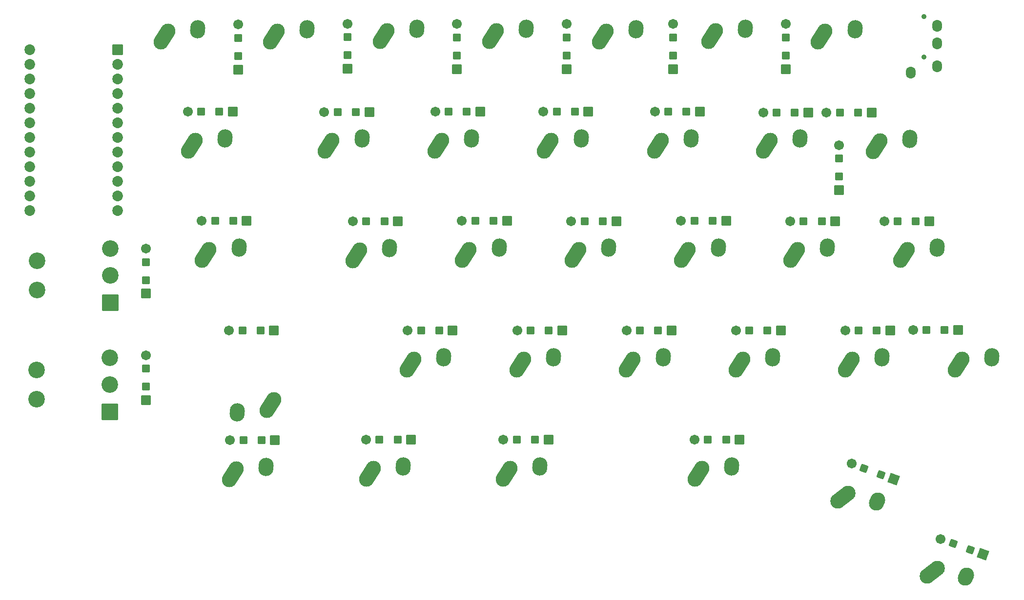
<source format=gts>
G04 #@! TF.GenerationSoftware,KiCad,Pcbnew,(6.0.10-0)*
G04 #@! TF.CreationDate,2022-12-25T19:45:41-08:00*
G04 #@! TF.ProjectId,left,6c656674-2e6b-4696-9361-645f70636258,rev?*
G04 #@! TF.SameCoordinates,Original*
G04 #@! TF.FileFunction,Soldermask,Top*
G04 #@! TF.FilePolarity,Negative*
%FSLAX46Y46*%
G04 Gerber Fmt 4.6, Leading zero omitted, Abs format (unit mm)*
G04 Created by KiCad (PCBNEW (6.0.10-0)) date 2022-12-25 19:45:41*
%MOMM*%
%LPD*%
G01*
G04 APERTURE LIST*
G04 Aperture macros list*
%AMRoundRect*
0 Rectangle with rounded corners*
0 $1 Rounding radius*
0 $2 $3 $4 $5 $6 $7 $8 $9 X,Y pos of 4 corners*
0 Add a 4 corners polygon primitive as box body*
4,1,4,$2,$3,$4,$5,$6,$7,$8,$9,$2,$3,0*
0 Add four circle primitives for the rounded corners*
1,1,$1+$1,$2,$3*
1,1,$1+$1,$4,$5*
1,1,$1+$1,$6,$7*
1,1,$1+$1,$8,$9*
0 Add four rect primitives between the rounded corners*
20,1,$1+$1,$2,$3,$4,$5,0*
20,1,$1+$1,$4,$5,$6,$7,0*
20,1,$1+$1,$6,$7,$8,$9,0*
20,1,$1+$1,$8,$9,$2,$3,0*%
%AMHorizOval*
0 Thick line with rounded ends*
0 $1 width*
0 $2 $3 position (X,Y) of the first rounded end (center of the circle)*
0 $4 $5 position (X,Y) of the second rounded end (center of the circle)*
0 Add line between two ends*
20,1,$1,$2,$3,$4,$5,0*
0 Add two circle primitives to create the rounded ends*
1,1,$1,$2,$3*
1,1,$1,$4,$5*%
G04 Aperture macros list end*
%ADD10RoundRect,0.051000X0.600000X-0.600000X0.600000X0.600000X-0.600000X0.600000X-0.600000X-0.600000X0*%
%ADD11RoundRect,0.051000X0.800000X-0.800000X0.800000X0.800000X-0.800000X0.800000X-0.800000X-0.800000X0*%
%ADD12C,1.702000*%
%ADD13RoundRect,0.051000X0.800000X0.800000X-0.800000X0.800000X-0.800000X-0.800000X0.800000X-0.800000X0*%
%ADD14RoundRect,0.051000X0.600000X0.600000X-0.600000X0.600000X-0.600000X-0.600000X0.600000X-0.600000X0*%
%ADD15RoundRect,0.051000X0.769028X0.358603X-0.358603X0.769028X-0.769028X-0.358603X0.358603X-0.769028X0*%
%ADD16RoundRect,0.051000X1.025370X0.478138X-0.478138X1.025370X-1.025370X-0.478138X0.478138X-1.025370X0*%
%ADD17HorizOval,2.602000X-0.604462X-0.948815X0.604462X0.948815X0*%
%ADD18HorizOval,2.602000X-0.019724X-0.289328X0.019724X0.289328X0*%
%ADD19HorizOval,2.602000X0.604462X0.948815X-0.604462X-0.948815X0*%
%ADD20HorizOval,2.602000X0.019724X0.289328X-0.019724X-0.289328X0*%
%ADD21C,0.902000*%
%ADD22O,1.702000X2.102000*%
%ADD23HorizOval,2.602000X-0.892523X-0.684857X0.892523X0.684857X0*%
%ADD24HorizOval,2.602000X-0.117491X-0.265134X0.117491X0.265134X0*%
%ADD25RoundRect,0.051000X1.387500X-1.387500X1.387500X1.387500X-1.387500X1.387500X-1.387500X-1.387500X0*%
%ADD26C,2.877000*%
%ADD27RoundRect,0.051000X-0.876300X0.876300X-0.876300X-0.876300X0.876300X-0.876300X0.876300X0.876300X0*%
%ADD28C,1.854600*%
G04 APERTURE END LIST*
D10*
X76000000Y-39150000D03*
D11*
X76000000Y-41475000D03*
D12*
X76000000Y-33675000D03*
D10*
X76000000Y-36000000D03*
X95000000Y-39000000D03*
D11*
X95000000Y-41325000D03*
D12*
X95000000Y-33525000D03*
D10*
X95000000Y-35850000D03*
X114000000Y-39075000D03*
D11*
X114000000Y-41400000D03*
D12*
X114000000Y-33600000D03*
D10*
X114000000Y-35925000D03*
D13*
X75100000Y-48800000D03*
D14*
X72775000Y-48800000D03*
X69625000Y-48800000D03*
D12*
X67300000Y-48800000D03*
D13*
X77500000Y-67800000D03*
D14*
X75175000Y-67800000D03*
X72025000Y-67800000D03*
D12*
X69700000Y-67800000D03*
D14*
X79925000Y-86825000D03*
D13*
X82250000Y-86825000D03*
D14*
X76775000Y-86825000D03*
D12*
X74450000Y-86825000D03*
D13*
X82425000Y-105850000D03*
D14*
X80100000Y-105850000D03*
D12*
X74625000Y-105850000D03*
D14*
X76950000Y-105850000D03*
X101400000Y-67850000D03*
D13*
X103725000Y-67850000D03*
D14*
X98250000Y-67850000D03*
D12*
X95925000Y-67850000D03*
D14*
X103700000Y-105775000D03*
D13*
X106025000Y-105775000D03*
D14*
X100550000Y-105775000D03*
D12*
X98225000Y-105775000D03*
D13*
X118025000Y-48825000D03*
D14*
X115700000Y-48825000D03*
D12*
X110225000Y-48825000D03*
D14*
X112550000Y-48825000D03*
D13*
X122650000Y-67800000D03*
D14*
X120325000Y-67800000D03*
D12*
X114850000Y-67800000D03*
D14*
X117175000Y-67800000D03*
X129925000Y-86825000D03*
D13*
X132250000Y-86825000D03*
D14*
X126775000Y-86825000D03*
D12*
X124450000Y-86825000D03*
D13*
X129850000Y-105800000D03*
D14*
X127525000Y-105800000D03*
X124375000Y-105800000D03*
D12*
X122050000Y-105800000D03*
D10*
X133000000Y-39075000D03*
D11*
X133000000Y-41400000D03*
D10*
X133000000Y-35925000D03*
D12*
X133000000Y-33600000D03*
D13*
X136775000Y-48800000D03*
D14*
X134450000Y-48800000D03*
D12*
X128975000Y-48800000D03*
D14*
X131300000Y-48800000D03*
X139300000Y-67825000D03*
D13*
X141625000Y-67825000D03*
D12*
X133825000Y-67825000D03*
D14*
X136150000Y-67825000D03*
D13*
X151200000Y-86850000D03*
D14*
X148875000Y-86850000D03*
D12*
X143400000Y-86850000D03*
D14*
X145725000Y-86850000D03*
X160675000Y-105800000D03*
D13*
X163000000Y-105800000D03*
D12*
X155200000Y-105800000D03*
D14*
X157525000Y-105800000D03*
D10*
X151500000Y-39075000D03*
D11*
X151500000Y-41400000D03*
D12*
X151500000Y-33600000D03*
D10*
X151500000Y-35925000D03*
D13*
X156125000Y-48825000D03*
D14*
X153800000Y-48825000D03*
X150650000Y-48825000D03*
D12*
X148325000Y-48825000D03*
D13*
X160675000Y-67775000D03*
D14*
X158350000Y-67775000D03*
D12*
X152875000Y-67775000D03*
D14*
X155200000Y-67775000D03*
X167850000Y-86850000D03*
D13*
X170175000Y-86850000D03*
D14*
X164700000Y-86850000D03*
D12*
X162375000Y-86850000D03*
D10*
X171000000Y-39075000D03*
D11*
X171000000Y-41400000D03*
D10*
X171000000Y-35925000D03*
D12*
X171000000Y-33600000D03*
D13*
X174900000Y-49000000D03*
D14*
X172575000Y-49000000D03*
X169425000Y-49000000D03*
D12*
X167100000Y-49000000D03*
D13*
X179600000Y-67825000D03*
D14*
X177275000Y-67825000D03*
X174125000Y-67825000D03*
D12*
X171800000Y-67825000D03*
D13*
X189125000Y-86850000D03*
D14*
X186800000Y-86850000D03*
X183650000Y-86850000D03*
D12*
X181325000Y-86850000D03*
D15*
X203030016Y-124913682D03*
D16*
X205214801Y-125708879D03*
D15*
X200069984Y-123836318D03*
D12*
X197885199Y-123041121D03*
D14*
X183575000Y-49000000D03*
D13*
X185900000Y-49000000D03*
D14*
X180425000Y-49000000D03*
D12*
X178100000Y-49000000D03*
D10*
X180280000Y-60075000D03*
D11*
X180280000Y-62400000D03*
D12*
X180280000Y-54600000D03*
D10*
X180280000Y-56925000D03*
D13*
X195900000Y-67825000D03*
D14*
X193575000Y-67825000D03*
X190425000Y-67825000D03*
D12*
X188100000Y-67825000D03*
D17*
X63270000Y-35730000D03*
D18*
X69045000Y-34460000D03*
D17*
X82245000Y-35730000D03*
D18*
X88020000Y-34460000D03*
D17*
X101270000Y-35705000D03*
D18*
X107045000Y-34435000D03*
D17*
X68020000Y-54705000D03*
D18*
X73795000Y-53435000D03*
D17*
X70395000Y-73705000D03*
D18*
X76170000Y-72435000D03*
D19*
X81655000Y-99745000D03*
D20*
X75880000Y-101015000D03*
D17*
X75095000Y-111755000D03*
D18*
X80870000Y-110485000D03*
D17*
X91745000Y-54755000D03*
D18*
X97520000Y-53485000D03*
D17*
X96495000Y-73755000D03*
D18*
X102270000Y-72485000D03*
D17*
X105945000Y-92730000D03*
D18*
X111720000Y-91460000D03*
D17*
X98870000Y-111705000D03*
D18*
X104645000Y-110435000D03*
D17*
X110745000Y-54705000D03*
D18*
X116520000Y-53435000D03*
D17*
X115520000Y-73705000D03*
D18*
X121295000Y-72435000D03*
D17*
X124970000Y-92730000D03*
D18*
X130745000Y-91460000D03*
D17*
X122620000Y-111730000D03*
D18*
X128395000Y-110460000D03*
D17*
X120220000Y-35705000D03*
D18*
X125995000Y-34435000D03*
D17*
X129745000Y-54730000D03*
D18*
X135520000Y-53460000D03*
D17*
X134545000Y-73730000D03*
D18*
X140320000Y-72460000D03*
D17*
X143970000Y-92755000D03*
D18*
X149745000Y-91485000D03*
D17*
X155870000Y-111730000D03*
D18*
X161645000Y-110460000D03*
D17*
X139245000Y-35730000D03*
D18*
X145020000Y-34460000D03*
D17*
X148845000Y-54730000D03*
D18*
X154620000Y-53460000D03*
D17*
X153545000Y-73680000D03*
D18*
X159320000Y-72410000D03*
D17*
X162970000Y-92755000D03*
D18*
X168745000Y-91485000D03*
D17*
X158220000Y-35705000D03*
D18*
X163995000Y-34435000D03*
D17*
X167745000Y-54730000D03*
D18*
X173520000Y-53460000D03*
D17*
X172495000Y-73730000D03*
D18*
X178270000Y-72460000D03*
D17*
X181970000Y-92755000D03*
D18*
X187745000Y-91485000D03*
D17*
X177245000Y-35730000D03*
D18*
X183020000Y-34460000D03*
D17*
X186745000Y-54780000D03*
D18*
X192520000Y-53510000D03*
D17*
X191495000Y-73705000D03*
D18*
X197270000Y-72435000D03*
D17*
X201020000Y-92705000D03*
D18*
X206795000Y-91435000D03*
D21*
X195000000Y-32327500D03*
X195000000Y-39327500D03*
D22*
X192700000Y-42027500D03*
X197300000Y-40927500D03*
X197300000Y-36927500D03*
X197300000Y-33927500D03*
D23*
X180970211Y-115729006D03*
D24*
X186831302Y-116510763D03*
D23*
X196420211Y-128804006D03*
D24*
X202281302Y-129585763D03*
D14*
X110900000Y-86825000D03*
D13*
X113225000Y-86825000D03*
D12*
X105425000Y-86825000D03*
D14*
X107750000Y-86825000D03*
X96450000Y-48850000D03*
D13*
X98775000Y-48850000D03*
D12*
X90975000Y-48850000D03*
D14*
X93300000Y-48850000D03*
X198575000Y-86725000D03*
D13*
X200900000Y-86725000D03*
D14*
X195425000Y-86725000D03*
D12*
X193100000Y-86725000D03*
D15*
X187580016Y-111838682D03*
D16*
X189764801Y-112633879D03*
D15*
X184619984Y-110761318D03*
D12*
X182435199Y-109966121D03*
D11*
X60000000Y-80400000D03*
D10*
X60000000Y-78075000D03*
X60000000Y-74925000D03*
D12*
X60000000Y-72600000D03*
D25*
X53840000Y-81950000D03*
D26*
X53840000Y-77250000D03*
X53840000Y-72550000D03*
X41140000Y-79790000D03*
X41140000Y-74710000D03*
D10*
X60000000Y-96575000D03*
D11*
X60000000Y-98900000D03*
D10*
X60000000Y-93425000D03*
D12*
X60000000Y-91100000D03*
D25*
X53786250Y-100950000D03*
D26*
X53786250Y-96250000D03*
X53786250Y-91550000D03*
X41086250Y-98790000D03*
X41086250Y-93710000D03*
D27*
X55120000Y-38030000D03*
D28*
X55120000Y-40570000D03*
X55120000Y-43110000D03*
X55120000Y-45650000D03*
X55120000Y-48190000D03*
X55120000Y-50730000D03*
X55120000Y-53270000D03*
X55120000Y-55810000D03*
X55120000Y-58350000D03*
X55120000Y-60890000D03*
X55120000Y-63430000D03*
X55120000Y-65970000D03*
X39880000Y-65970000D03*
X39880000Y-63430000D03*
X39880000Y-60890000D03*
X39880000Y-58350000D03*
X39880000Y-55810000D03*
X39880000Y-53270000D03*
X39880000Y-50730000D03*
X39880000Y-48190000D03*
X39880000Y-45650000D03*
X39880000Y-43110000D03*
X39880000Y-40570000D03*
X39880000Y-38030000D03*
M02*

</source>
